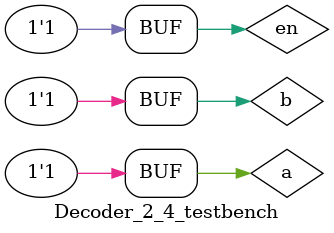
<source format=v>
module Decoder_2_4_testbench;
  reg a, b, en;
  wire y0, y1, y2, y3;
  Decoder_2_4_dataflow uut(.a(a), .b(b), .en(en),.y0(y0), .y1(y1), .y2(y2), .y3(y3));
  initial begin
    a = 1'bx; b = 1'bx; en = 0;
    #100 a = 0; b = 0; en = 1;
    #100 a = 0; b = 1; en = 1;
    #100 a = 1; b = 0; en = 1;
    #100 a = 1; b = 1; en = 1;
    #100;
  end
endmodule

</source>
